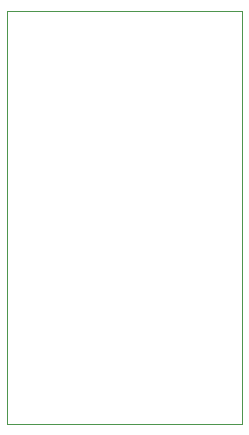
<source format=gm1>
%TF.GenerationSoftware,KiCad,Pcbnew,(6.0.0)*%
%TF.CreationDate,2022-01-31T22:28:38+01:00*%
%TF.ProjectId,RGBW-Controller,52474257-2d43-46f6-9e74-726f6c6c6572,rev?*%
%TF.SameCoordinates,Original*%
%TF.FileFunction,Profile,NP*%
%FSLAX46Y46*%
G04 Gerber Fmt 4.6, Leading zero omitted, Abs format (unit mm)*
G04 Created by KiCad (PCBNEW (6.0.0)) date 2022-01-31 22:28:38*
%MOMM*%
%LPD*%
G01*
G04 APERTURE LIST*
%TA.AperFunction,Profile*%
%ADD10C,0.100000*%
%TD*%
G04 APERTURE END LIST*
D10*
X126492000Y-94132400D02*
X146456400Y-94132400D01*
X146456400Y-94132400D02*
X146456400Y-59131200D01*
X146456400Y-59131200D02*
X126492000Y-59131200D01*
X126492000Y-59131200D02*
X126492000Y-94132400D01*
M02*

</source>
